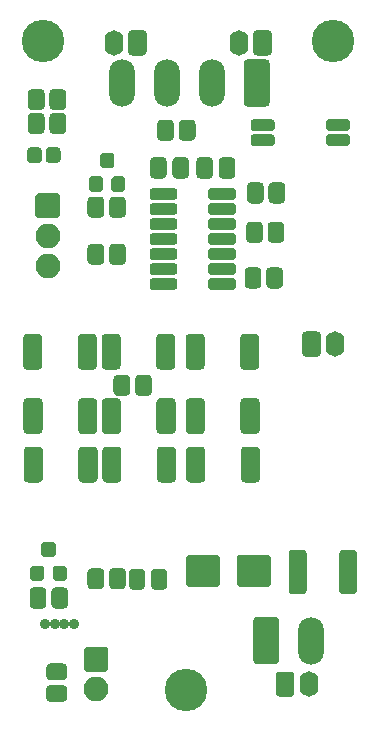
<source format=gts>
G04 #@! TF.GenerationSoftware,KiCad,Pcbnew,5.1.9+dfsg1-1+deb11u1*
G04 #@! TF.CreationDate,2022-12-15T03:13:05+00:00*
G04 #@! TF.ProjectId,ModuleV450,4d6f6475-6c65-4563-9435-302e6b696361,rev?*
G04 #@! TF.SameCoordinates,Original*
G04 #@! TF.FileFunction,Soldermask,Top*
G04 #@! TF.FilePolarity,Negative*
%FSLAX46Y46*%
G04 Gerber Fmt 4.6, Leading zero omitted, Abs format (unit mm)*
G04 Created by KiCad (PCBNEW 5.1.9+dfsg1-1+deb11u1) date 2022-12-15 03:13:05*
%MOMM*%
%LPD*%
G01*
G04 APERTURE LIST*
%ADD10C,0.900000*%
%ADD11O,2.100000X2.100000*%
%ADD12O,2.200000X4.000000*%
%ADD13O,1.600000X2.150000*%
%ADD14C,3.600000*%
G04 APERTURE END LIST*
D10*
X107217600Y-100087600D03*
X106417600Y-100087600D03*
X105617600Y-100087600D03*
X104817600Y-100087600D03*
D11*
X105017600Y-69767600D03*
X105017600Y-67227600D03*
G36*
G01*
X103967600Y-65537600D02*
X103967600Y-63837600D01*
G75*
G02*
X104167600Y-63637600I200000J0D01*
G01*
X105867600Y-63637600D01*
G75*
G02*
X106067600Y-63837600I0J-200000D01*
G01*
X106067600Y-65537600D01*
G75*
G02*
X105867600Y-65737600I-200000J0D01*
G01*
X104167600Y-65737600D01*
G75*
G02*
X103967600Y-65537600I0J200000D01*
G01*
G37*
D12*
X111287600Y-54287600D03*
X115097600Y-54287600D03*
X118907600Y-54287600D03*
G36*
G01*
X123817600Y-52593155D02*
X123817600Y-55982045D01*
G75*
G02*
X123512045Y-56287600I-305555J0D01*
G01*
X121923155Y-56287600D01*
G75*
G02*
X121617600Y-55982045I0J305555D01*
G01*
X121617600Y-52593155D01*
G75*
G02*
X121923155Y-52287600I305555J0D01*
G01*
X123512045Y-52287600D01*
G75*
G02*
X123817600Y-52593155I0J-305555D01*
G01*
G37*
X127327600Y-101487600D03*
G36*
G01*
X122417600Y-103182045D02*
X122417600Y-99793155D01*
G75*
G02*
X122723155Y-99487600I305555J0D01*
G01*
X124312045Y-99487600D01*
G75*
G02*
X124617600Y-99793155I0J-305555D01*
G01*
X124617600Y-103182045D01*
G75*
G02*
X124312045Y-103487600I-305555J0D01*
G01*
X122723155Y-103487600D01*
G75*
G02*
X122417600Y-103182045I0J305555D01*
G01*
G37*
G36*
G01*
X104842600Y-60743850D02*
X104842600Y-60031350D01*
G75*
G02*
X105161350Y-59712600I318750J0D01*
G01*
X105798850Y-59712600D01*
G75*
G02*
X106117600Y-60031350I0J-318750D01*
G01*
X106117600Y-60743850D01*
G75*
G02*
X105798850Y-61062600I-318750J0D01*
G01*
X105161350Y-61062600D01*
G75*
G02*
X104842600Y-60743850I0J318750D01*
G01*
G37*
G36*
G01*
X103267600Y-60743850D02*
X103267600Y-60031350D01*
G75*
G02*
X103586350Y-59712600I318750J0D01*
G01*
X104223850Y-59712600D01*
G75*
G02*
X104542600Y-60031350I0J-318750D01*
G01*
X104542600Y-60743850D01*
G75*
G02*
X104223850Y-61062600I-318750J0D01*
G01*
X103586350Y-61062600D01*
G75*
G02*
X103267600Y-60743850I0J318750D01*
G01*
G37*
D11*
X109117600Y-105627600D03*
G36*
G01*
X108067600Y-103937600D02*
X108067600Y-102237600D01*
G75*
G02*
X108267600Y-102037600I200000J0D01*
G01*
X109967600Y-102037600D01*
G75*
G02*
X110167600Y-102237600I0J-200000D01*
G01*
X110167600Y-103937600D01*
G75*
G02*
X109967600Y-104137600I-200000J0D01*
G01*
X108267600Y-104137600D01*
G75*
G02*
X108067600Y-103937600I0J200000D01*
G01*
G37*
G36*
G01*
X104592600Y-81294232D02*
X104592600Y-83680968D01*
G75*
G02*
X104260968Y-84012600I-331632J0D01*
G01*
X103299232Y-84012600D01*
G75*
G02*
X102967600Y-83680968I0J331632D01*
G01*
X102967600Y-81294232D01*
G75*
G02*
X103299232Y-80962600I331632J0D01*
G01*
X104260968Y-80962600D01*
G75*
G02*
X104592600Y-81294232I0J-331632D01*
G01*
G37*
G36*
G01*
X109217600Y-81294232D02*
X109217600Y-83680968D01*
G75*
G02*
X108885968Y-84012600I-331632J0D01*
G01*
X107924232Y-84012600D01*
G75*
G02*
X107592600Y-83680968I0J331632D01*
G01*
X107592600Y-81294232D01*
G75*
G02*
X107924232Y-80962600I331632J0D01*
G01*
X108885968Y-80962600D01*
G75*
G02*
X109217600Y-81294232I0J-331632D01*
G01*
G37*
G36*
G01*
X104617600Y-85394232D02*
X104617600Y-87780968D01*
G75*
G02*
X104285968Y-88112600I-331632J0D01*
G01*
X103324232Y-88112600D01*
G75*
G02*
X102992600Y-87780968I0J331632D01*
G01*
X102992600Y-85394232D01*
G75*
G02*
X103324232Y-85062600I331632J0D01*
G01*
X104285968Y-85062600D01*
G75*
G02*
X104617600Y-85394232I0J-331632D01*
G01*
G37*
G36*
G01*
X109242600Y-85394232D02*
X109242600Y-87780968D01*
G75*
G02*
X108910968Y-88112600I-331632J0D01*
G01*
X107949232Y-88112600D01*
G75*
G02*
X107617600Y-87780968I0J331632D01*
G01*
X107617600Y-85394232D01*
G75*
G02*
X107949232Y-85062600I331632J0D01*
G01*
X108910968Y-85062600D01*
G75*
G02*
X109242600Y-85394232I0J-331632D01*
G01*
G37*
G36*
G01*
X111234266Y-81294232D02*
X111234266Y-83680968D01*
G75*
G02*
X110902634Y-84012600I-331632J0D01*
G01*
X109940898Y-84012600D01*
G75*
G02*
X109609266Y-83680968I0J331632D01*
G01*
X109609266Y-81294232D01*
G75*
G02*
X109940898Y-80962600I331632J0D01*
G01*
X110902634Y-80962600D01*
G75*
G02*
X111234266Y-81294232I0J-331632D01*
G01*
G37*
G36*
G01*
X115859266Y-81294232D02*
X115859266Y-83680968D01*
G75*
G02*
X115527634Y-84012600I-331632J0D01*
G01*
X114565898Y-84012600D01*
G75*
G02*
X114234266Y-83680968I0J331632D01*
G01*
X114234266Y-81294232D01*
G75*
G02*
X114565898Y-80962600I331632J0D01*
G01*
X115527634Y-80962600D01*
G75*
G02*
X115859266Y-81294232I0J-331632D01*
G01*
G37*
G36*
G01*
X111259266Y-85394232D02*
X111259266Y-87780968D01*
G75*
G02*
X110927634Y-88112600I-331632J0D01*
G01*
X109965898Y-88112600D01*
G75*
G02*
X109634266Y-87780968I0J331632D01*
G01*
X109634266Y-85394232D01*
G75*
G02*
X109965898Y-85062600I331632J0D01*
G01*
X110927634Y-85062600D01*
G75*
G02*
X111259266Y-85394232I0J-331632D01*
G01*
G37*
G36*
G01*
X115884266Y-85394232D02*
X115884266Y-87780968D01*
G75*
G02*
X115552634Y-88112600I-331632J0D01*
G01*
X114590898Y-88112600D01*
G75*
G02*
X114259266Y-87780968I0J331632D01*
G01*
X114259266Y-85394232D01*
G75*
G02*
X114590898Y-85062600I331632J0D01*
G01*
X115552634Y-85062600D01*
G75*
G02*
X115884266Y-85394232I0J-331632D01*
G01*
G37*
G36*
G01*
X118342600Y-81294232D02*
X118342600Y-83680968D01*
G75*
G02*
X118010968Y-84012600I-331632J0D01*
G01*
X117049232Y-84012600D01*
G75*
G02*
X116717600Y-83680968I0J331632D01*
G01*
X116717600Y-81294232D01*
G75*
G02*
X117049232Y-80962600I331632J0D01*
G01*
X118010968Y-80962600D01*
G75*
G02*
X118342600Y-81294232I0J-331632D01*
G01*
G37*
G36*
G01*
X122967600Y-81294232D02*
X122967600Y-83680968D01*
G75*
G02*
X122635968Y-84012600I-331632J0D01*
G01*
X121674232Y-84012600D01*
G75*
G02*
X121342600Y-83680968I0J331632D01*
G01*
X121342600Y-81294232D01*
G75*
G02*
X121674232Y-80962600I331632J0D01*
G01*
X122635968Y-80962600D01*
G75*
G02*
X122967600Y-81294232I0J-331632D01*
G01*
G37*
G36*
G01*
X118367600Y-85394232D02*
X118367600Y-87780968D01*
G75*
G02*
X118035968Y-88112600I-331632J0D01*
G01*
X117074232Y-88112600D01*
G75*
G02*
X116742600Y-87780968I0J331632D01*
G01*
X116742600Y-85394232D01*
G75*
G02*
X117074232Y-85062600I331632J0D01*
G01*
X118035968Y-85062600D01*
G75*
G02*
X118367600Y-85394232I0J-331632D01*
G01*
G37*
G36*
G01*
X122992600Y-85394232D02*
X122992600Y-87780968D01*
G75*
G02*
X122660968Y-88112600I-331632J0D01*
G01*
X121699232Y-88112600D01*
G75*
G02*
X121367600Y-87780968I0J331632D01*
G01*
X121367600Y-85394232D01*
G75*
G02*
X121699232Y-85062600I331632J0D01*
G01*
X122660968Y-85062600D01*
G75*
G02*
X122992600Y-85394232I0J-331632D01*
G01*
G37*
G36*
G01*
X104567600Y-75844232D02*
X104567600Y-78230968D01*
G75*
G02*
X104235968Y-78562600I-331632J0D01*
G01*
X103274232Y-78562600D01*
G75*
G02*
X102942600Y-78230968I0J331632D01*
G01*
X102942600Y-75844232D01*
G75*
G02*
X103274232Y-75512600I331632J0D01*
G01*
X104235968Y-75512600D01*
G75*
G02*
X104567600Y-75844232I0J-331632D01*
G01*
G37*
G36*
G01*
X109192600Y-75844232D02*
X109192600Y-78230968D01*
G75*
G02*
X108860968Y-78562600I-331632J0D01*
G01*
X107899232Y-78562600D01*
G75*
G02*
X107567600Y-78230968I0J331632D01*
G01*
X107567600Y-75844232D01*
G75*
G02*
X107899232Y-75512600I331632J0D01*
G01*
X108860968Y-75512600D01*
G75*
G02*
X109192600Y-75844232I0J-331632D01*
G01*
G37*
G36*
G01*
X111209266Y-75844232D02*
X111209266Y-78230968D01*
G75*
G02*
X110877634Y-78562600I-331632J0D01*
G01*
X109915898Y-78562600D01*
G75*
G02*
X109584266Y-78230968I0J331632D01*
G01*
X109584266Y-75844232D01*
G75*
G02*
X109915898Y-75512600I331632J0D01*
G01*
X110877634Y-75512600D01*
G75*
G02*
X111209266Y-75844232I0J-331632D01*
G01*
G37*
G36*
G01*
X115834266Y-75844232D02*
X115834266Y-78230968D01*
G75*
G02*
X115502634Y-78562600I-331632J0D01*
G01*
X114540898Y-78562600D01*
G75*
G02*
X114209266Y-78230968I0J331632D01*
G01*
X114209266Y-75844232D01*
G75*
G02*
X114540898Y-75512600I331632J0D01*
G01*
X115502634Y-75512600D01*
G75*
G02*
X115834266Y-75844232I0J-331632D01*
G01*
G37*
G36*
G01*
X118317600Y-75844232D02*
X118317600Y-78230968D01*
G75*
G02*
X117985968Y-78562600I-331632J0D01*
G01*
X117024232Y-78562600D01*
G75*
G02*
X116692600Y-78230968I0J331632D01*
G01*
X116692600Y-75844232D01*
G75*
G02*
X117024232Y-75512600I331632J0D01*
G01*
X117985968Y-75512600D01*
G75*
G02*
X118317600Y-75844232I0J-331632D01*
G01*
G37*
G36*
G01*
X122942600Y-75844232D02*
X122942600Y-78230968D01*
G75*
G02*
X122610968Y-78562600I-331632J0D01*
G01*
X121649232Y-78562600D01*
G75*
G02*
X121317600Y-78230968I0J331632D01*
G01*
X121317600Y-75844232D01*
G75*
G02*
X121649232Y-75512600I331632J0D01*
G01*
X122610968Y-75512600D01*
G75*
G02*
X122942600Y-75844232I0J-331632D01*
G01*
G37*
G36*
G01*
X118597600Y-63937600D02*
X118597600Y-63437600D01*
G75*
G02*
X118847600Y-63187600I250000J0D01*
G01*
X120697600Y-63187600D01*
G75*
G02*
X120947600Y-63437600I0J-250000D01*
G01*
X120947600Y-63937600D01*
G75*
G02*
X120697600Y-64187600I-250000J0D01*
G01*
X118847600Y-64187600D01*
G75*
G02*
X118597600Y-63937600I0J250000D01*
G01*
G37*
G36*
G01*
X118597600Y-65207600D02*
X118597600Y-64707600D01*
G75*
G02*
X118847600Y-64457600I250000J0D01*
G01*
X120697600Y-64457600D01*
G75*
G02*
X120947600Y-64707600I0J-250000D01*
G01*
X120947600Y-65207600D01*
G75*
G02*
X120697600Y-65457600I-250000J0D01*
G01*
X118847600Y-65457600D01*
G75*
G02*
X118597600Y-65207600I0J250000D01*
G01*
G37*
G36*
G01*
X118597600Y-66477600D02*
X118597600Y-65977600D01*
G75*
G02*
X118847600Y-65727600I250000J0D01*
G01*
X120697600Y-65727600D01*
G75*
G02*
X120947600Y-65977600I0J-250000D01*
G01*
X120947600Y-66477600D01*
G75*
G02*
X120697600Y-66727600I-250000J0D01*
G01*
X118847600Y-66727600D01*
G75*
G02*
X118597600Y-66477600I0J250000D01*
G01*
G37*
G36*
G01*
X118597600Y-67747600D02*
X118597600Y-67247600D01*
G75*
G02*
X118847600Y-66997600I250000J0D01*
G01*
X120697600Y-66997600D01*
G75*
G02*
X120947600Y-67247600I0J-250000D01*
G01*
X120947600Y-67747600D01*
G75*
G02*
X120697600Y-67997600I-250000J0D01*
G01*
X118847600Y-67997600D01*
G75*
G02*
X118597600Y-67747600I0J250000D01*
G01*
G37*
G36*
G01*
X118597600Y-69017600D02*
X118597600Y-68517600D01*
G75*
G02*
X118847600Y-68267600I250000J0D01*
G01*
X120697600Y-68267600D01*
G75*
G02*
X120947600Y-68517600I0J-250000D01*
G01*
X120947600Y-69017600D01*
G75*
G02*
X120697600Y-69267600I-250000J0D01*
G01*
X118847600Y-69267600D01*
G75*
G02*
X118597600Y-69017600I0J250000D01*
G01*
G37*
G36*
G01*
X118597600Y-70287600D02*
X118597600Y-69787600D01*
G75*
G02*
X118847600Y-69537600I250000J0D01*
G01*
X120697600Y-69537600D01*
G75*
G02*
X120947600Y-69787600I0J-250000D01*
G01*
X120947600Y-70287600D01*
G75*
G02*
X120697600Y-70537600I-250000J0D01*
G01*
X118847600Y-70537600D01*
G75*
G02*
X118597600Y-70287600I0J250000D01*
G01*
G37*
G36*
G01*
X118597600Y-71557600D02*
X118597600Y-71057600D01*
G75*
G02*
X118847600Y-70807600I250000J0D01*
G01*
X120697600Y-70807600D01*
G75*
G02*
X120947600Y-71057600I0J-250000D01*
G01*
X120947600Y-71557600D01*
G75*
G02*
X120697600Y-71807600I-250000J0D01*
G01*
X118847600Y-71807600D01*
G75*
G02*
X118597600Y-71557600I0J250000D01*
G01*
G37*
G36*
G01*
X113647600Y-71557600D02*
X113647600Y-71057600D01*
G75*
G02*
X113897600Y-70807600I250000J0D01*
G01*
X115747600Y-70807600D01*
G75*
G02*
X115997600Y-71057600I0J-250000D01*
G01*
X115997600Y-71557600D01*
G75*
G02*
X115747600Y-71807600I-250000J0D01*
G01*
X113897600Y-71807600D01*
G75*
G02*
X113647600Y-71557600I0J250000D01*
G01*
G37*
G36*
G01*
X113647600Y-70287600D02*
X113647600Y-69787600D01*
G75*
G02*
X113897600Y-69537600I250000J0D01*
G01*
X115747600Y-69537600D01*
G75*
G02*
X115997600Y-69787600I0J-250000D01*
G01*
X115997600Y-70287600D01*
G75*
G02*
X115747600Y-70537600I-250000J0D01*
G01*
X113897600Y-70537600D01*
G75*
G02*
X113647600Y-70287600I0J250000D01*
G01*
G37*
G36*
G01*
X113647600Y-69017600D02*
X113647600Y-68517600D01*
G75*
G02*
X113897600Y-68267600I250000J0D01*
G01*
X115747600Y-68267600D01*
G75*
G02*
X115997600Y-68517600I0J-250000D01*
G01*
X115997600Y-69017600D01*
G75*
G02*
X115747600Y-69267600I-250000J0D01*
G01*
X113897600Y-69267600D01*
G75*
G02*
X113647600Y-69017600I0J250000D01*
G01*
G37*
G36*
G01*
X113647600Y-67747600D02*
X113647600Y-67247600D01*
G75*
G02*
X113897600Y-66997600I250000J0D01*
G01*
X115747600Y-66997600D01*
G75*
G02*
X115997600Y-67247600I0J-250000D01*
G01*
X115997600Y-67747600D01*
G75*
G02*
X115747600Y-67997600I-250000J0D01*
G01*
X113897600Y-67997600D01*
G75*
G02*
X113647600Y-67747600I0J250000D01*
G01*
G37*
G36*
G01*
X113647600Y-66477600D02*
X113647600Y-65977600D01*
G75*
G02*
X113897600Y-65727600I250000J0D01*
G01*
X115747600Y-65727600D01*
G75*
G02*
X115997600Y-65977600I0J-250000D01*
G01*
X115997600Y-66477600D01*
G75*
G02*
X115747600Y-66727600I-250000J0D01*
G01*
X113897600Y-66727600D01*
G75*
G02*
X113647600Y-66477600I0J250000D01*
G01*
G37*
G36*
G01*
X113647600Y-65207600D02*
X113647600Y-64707600D01*
G75*
G02*
X113897600Y-64457600I250000J0D01*
G01*
X115747600Y-64457600D01*
G75*
G02*
X115997600Y-64707600I0J-250000D01*
G01*
X115997600Y-65207600D01*
G75*
G02*
X115747600Y-65457600I-250000J0D01*
G01*
X113897600Y-65457600D01*
G75*
G02*
X113647600Y-65207600I0J250000D01*
G01*
G37*
G36*
G01*
X113647600Y-63937600D02*
X113647600Y-63437600D01*
G75*
G02*
X113897600Y-63187600I250000J0D01*
G01*
X115747600Y-63187600D01*
G75*
G02*
X115997600Y-63437600I0J-250000D01*
G01*
X115997600Y-63937600D01*
G75*
G02*
X115747600Y-64187600I-250000J0D01*
G01*
X113897600Y-64187600D01*
G75*
G02*
X113647600Y-63937600I0J250000D01*
G01*
G37*
G36*
G01*
X128592600Y-58102600D02*
X128592600Y-57602600D01*
G75*
G02*
X128842600Y-57352600I250000J0D01*
G01*
X130367600Y-57352600D01*
G75*
G02*
X130617600Y-57602600I0J-250000D01*
G01*
X130617600Y-58102600D01*
G75*
G02*
X130367600Y-58352600I-250000J0D01*
G01*
X128842600Y-58352600D01*
G75*
G02*
X128592600Y-58102600I0J250000D01*
G01*
G37*
G36*
G01*
X128592600Y-59372600D02*
X128592600Y-58872600D01*
G75*
G02*
X128842600Y-58622600I250000J0D01*
G01*
X130367600Y-58622600D01*
G75*
G02*
X130617600Y-58872600I0J-250000D01*
G01*
X130617600Y-59372600D01*
G75*
G02*
X130367600Y-59622600I-250000J0D01*
G01*
X128842600Y-59622600D01*
G75*
G02*
X128592600Y-59372600I0J250000D01*
G01*
G37*
G36*
G01*
X122217600Y-59372600D02*
X122217600Y-58872600D01*
G75*
G02*
X122467600Y-58622600I250000J0D01*
G01*
X123992600Y-58622600D01*
G75*
G02*
X124242600Y-58872600I0J-250000D01*
G01*
X124242600Y-59372600D01*
G75*
G02*
X123992600Y-59622600I-250000J0D01*
G01*
X122467600Y-59622600D01*
G75*
G02*
X122217600Y-59372600I0J250000D01*
G01*
G37*
G36*
G01*
X122217600Y-58102600D02*
X122217600Y-57602600D01*
G75*
G02*
X122467600Y-57352600I250000J0D01*
G01*
X123992600Y-57352600D01*
G75*
G02*
X124242600Y-57602600I0J-250000D01*
G01*
X124242600Y-58102600D01*
G75*
G02*
X123992600Y-58352600I-250000J0D01*
G01*
X122467600Y-58352600D01*
G75*
G02*
X122217600Y-58102600I0J250000D01*
G01*
G37*
D13*
X121217600Y-50887600D03*
G36*
G01*
X124017600Y-50145932D02*
X124017600Y-51629268D01*
G75*
G02*
X123684268Y-51962600I-333332J0D01*
G01*
X122750932Y-51962600D01*
G75*
G02*
X122417600Y-51629268I0J333332D01*
G01*
X122417600Y-50145932D01*
G75*
G02*
X122750932Y-49812600I333332J0D01*
G01*
X123684268Y-49812600D01*
G75*
G02*
X124017600Y-50145932I0J-333332D01*
G01*
G37*
X110617600Y-50887600D03*
G36*
G01*
X113417600Y-50145932D02*
X113417600Y-51629268D01*
G75*
G02*
X113084268Y-51962600I-333332J0D01*
G01*
X112150932Y-51962600D01*
G75*
G02*
X111817600Y-51629268I0J333332D01*
G01*
X111817600Y-50145932D01*
G75*
G02*
X112150932Y-49812600I333332J0D01*
G01*
X113084268Y-49812600D01*
G75*
G02*
X113417600Y-50145932I0J-333332D01*
G01*
G37*
G36*
G01*
X123637600Y-67480041D02*
X123637600Y-66375159D01*
G75*
G02*
X123985159Y-66027600I347559J0D01*
G01*
X124715041Y-66027600D01*
G75*
G02*
X125062600Y-66375159I0J-347559D01*
G01*
X125062600Y-67480041D01*
G75*
G02*
X124715041Y-67827600I-347559J0D01*
G01*
X123985159Y-67827600D01*
G75*
G02*
X123637600Y-67480041I0J347559D01*
G01*
G37*
G36*
G01*
X121812600Y-67480041D02*
X121812600Y-66375159D01*
G75*
G02*
X122160159Y-66027600I347559J0D01*
G01*
X122890041Y-66027600D01*
G75*
G02*
X123237600Y-66375159I0J-347559D01*
G01*
X123237600Y-67480041D01*
G75*
G02*
X122890041Y-67827600I-347559J0D01*
G01*
X122160159Y-67827600D01*
G75*
G02*
X121812600Y-67480041I0J347559D01*
G01*
G37*
G36*
G01*
X119617600Y-94437600D02*
X119617600Y-96737600D01*
G75*
G02*
X119417600Y-96937600I-200000J0D01*
G01*
X116917600Y-96937600D01*
G75*
G02*
X116717600Y-96737600I0J200000D01*
G01*
X116717600Y-94437600D01*
G75*
G02*
X116917600Y-94237600I200000J0D01*
G01*
X119417600Y-94237600D01*
G75*
G02*
X119617600Y-94437600I0J-200000D01*
G01*
G37*
G36*
G01*
X123917600Y-94437600D02*
X123917600Y-96737600D01*
G75*
G02*
X123717600Y-96937600I-200000J0D01*
G01*
X121217600Y-96937600D01*
G75*
G02*
X121017600Y-96737600I0J200000D01*
G01*
X121017600Y-94437600D01*
G75*
G02*
X121217600Y-94237600I200000J0D01*
G01*
X123717600Y-94237600D01*
G75*
G02*
X123917600Y-94437600I0J-200000D01*
G01*
G37*
G36*
G01*
X106340041Y-104857600D02*
X105235159Y-104857600D01*
G75*
G02*
X104887600Y-104510041I0J347559D01*
G01*
X104887600Y-103780159D01*
G75*
G02*
X105235159Y-103432600I347559J0D01*
G01*
X106340041Y-103432600D01*
G75*
G02*
X106687600Y-103780159I0J-347559D01*
G01*
X106687600Y-104510041D01*
G75*
G02*
X106340041Y-104857600I-347559J0D01*
G01*
G37*
G36*
G01*
X106340041Y-106682600D02*
X105235159Y-106682600D01*
G75*
G02*
X104887600Y-106335041I0J347559D01*
G01*
X104887600Y-105605159D01*
G75*
G02*
X105235159Y-105257600I347559J0D01*
G01*
X106340041Y-105257600D01*
G75*
G02*
X106687600Y-105605159I0J-347559D01*
G01*
X106687600Y-106335041D01*
G75*
G02*
X106340041Y-106682600I-347559J0D01*
G01*
G37*
G36*
G01*
X123717600Y-64140041D02*
X123717600Y-63035159D01*
G75*
G02*
X124065159Y-62687600I347559J0D01*
G01*
X124795041Y-62687600D01*
G75*
G02*
X125142600Y-63035159I0J-347559D01*
G01*
X125142600Y-64140041D01*
G75*
G02*
X124795041Y-64487600I-347559J0D01*
G01*
X124065159Y-64487600D01*
G75*
G02*
X123717600Y-64140041I0J347559D01*
G01*
G37*
G36*
G01*
X121892600Y-64140041D02*
X121892600Y-63035159D01*
G75*
G02*
X122240159Y-62687600I347559J0D01*
G01*
X122970041Y-62687600D01*
G75*
G02*
X123317600Y-63035159I0J-347559D01*
G01*
X123317600Y-64140041D01*
G75*
G02*
X122970041Y-64487600I-347559J0D01*
G01*
X122240159Y-64487600D01*
G75*
G02*
X121892600Y-64140041I0J347559D01*
G01*
G37*
G36*
G01*
X109817600Y-68235159D02*
X109817600Y-69340041D01*
G75*
G02*
X109470041Y-69687600I-347559J0D01*
G01*
X108740159Y-69687600D01*
G75*
G02*
X108392600Y-69340041I0J347559D01*
G01*
X108392600Y-68235159D01*
G75*
G02*
X108740159Y-67887600I347559J0D01*
G01*
X109470041Y-67887600D01*
G75*
G02*
X109817600Y-68235159I0J-347559D01*
G01*
G37*
G36*
G01*
X111642600Y-68235159D02*
X111642600Y-69340041D01*
G75*
G02*
X111295041Y-69687600I-347559J0D01*
G01*
X110565159Y-69687600D01*
G75*
G02*
X110217600Y-69340041I0J347559D01*
G01*
X110217600Y-68235159D01*
G75*
G02*
X110565159Y-67887600I347559J0D01*
G01*
X111295041Y-67887600D01*
G75*
G02*
X111642600Y-68235159I0J-347559D01*
G01*
G37*
G36*
G01*
X112417600Y-80440041D02*
X112417600Y-79335159D01*
G75*
G02*
X112765159Y-78987600I347559J0D01*
G01*
X113495041Y-78987600D01*
G75*
G02*
X113842600Y-79335159I0J-347559D01*
G01*
X113842600Y-80440041D01*
G75*
G02*
X113495041Y-80787600I-347559J0D01*
G01*
X112765159Y-80787600D01*
G75*
G02*
X112417600Y-80440041I0J347559D01*
G01*
G37*
G36*
G01*
X110592600Y-80440041D02*
X110592600Y-79335159D01*
G75*
G02*
X110940159Y-78987600I347559J0D01*
G01*
X111670041Y-78987600D01*
G75*
G02*
X112017600Y-79335159I0J-347559D01*
G01*
X112017600Y-80440041D01*
G75*
G02*
X111670041Y-80787600I-347559J0D01*
G01*
X110940159Y-80787600D01*
G75*
G02*
X110592600Y-80440041I0J347559D01*
G01*
G37*
G36*
G01*
X105167600Y-58265041D02*
X105167600Y-57160159D01*
G75*
G02*
X105515159Y-56812600I347559J0D01*
G01*
X106245041Y-56812600D01*
G75*
G02*
X106592600Y-57160159I0J-347559D01*
G01*
X106592600Y-58265041D01*
G75*
G02*
X106245041Y-58612600I-347559J0D01*
G01*
X105515159Y-58612600D01*
G75*
G02*
X105167600Y-58265041I0J347559D01*
G01*
G37*
G36*
G01*
X103342600Y-58265041D02*
X103342600Y-57160159D01*
G75*
G02*
X103690159Y-56812600I347559J0D01*
G01*
X104420041Y-56812600D01*
G75*
G02*
X104767600Y-57160159I0J-347559D01*
G01*
X104767600Y-58265041D01*
G75*
G02*
X104420041Y-58612600I-347559J0D01*
G01*
X103690159Y-58612600D01*
G75*
G02*
X103342600Y-58265041I0J347559D01*
G01*
G37*
G36*
G01*
X110217600Y-96810041D02*
X110217600Y-95705159D01*
G75*
G02*
X110565159Y-95357600I347559J0D01*
G01*
X111295041Y-95357600D01*
G75*
G02*
X111642600Y-95705159I0J-347559D01*
G01*
X111642600Y-96810041D01*
G75*
G02*
X111295041Y-97157600I-347559J0D01*
G01*
X110565159Y-97157600D01*
G75*
G02*
X110217600Y-96810041I0J347559D01*
G01*
G37*
G36*
G01*
X108392600Y-96810041D02*
X108392600Y-95705159D01*
G75*
G02*
X108740159Y-95357600I347559J0D01*
G01*
X109470041Y-95357600D01*
G75*
G02*
X109817600Y-95705159I0J-347559D01*
G01*
X109817600Y-96810041D01*
G75*
G02*
X109470041Y-97157600I-347559J0D01*
G01*
X108740159Y-97157600D01*
G75*
G02*
X108392600Y-96810041I0J347559D01*
G01*
G37*
G36*
G01*
X105167600Y-56240041D02*
X105167600Y-55135159D01*
G75*
G02*
X105515159Y-54787600I347559J0D01*
G01*
X106245041Y-54787600D01*
G75*
G02*
X106592600Y-55135159I0J-347559D01*
G01*
X106592600Y-56240041D01*
G75*
G02*
X106245041Y-56587600I-347559J0D01*
G01*
X105515159Y-56587600D01*
G75*
G02*
X105167600Y-56240041I0J347559D01*
G01*
G37*
G36*
G01*
X103342600Y-56240041D02*
X103342600Y-55135159D01*
G75*
G02*
X103690159Y-54787600I347559J0D01*
G01*
X104420041Y-54787600D01*
G75*
G02*
X104767600Y-55135159I0J-347559D01*
G01*
X104767600Y-56240041D01*
G75*
G02*
X104420041Y-56587600I-347559J0D01*
G01*
X103690159Y-56587600D01*
G75*
G02*
X103342600Y-56240041I0J347559D01*
G01*
G37*
G36*
G01*
X105317600Y-98440041D02*
X105317600Y-97335159D01*
G75*
G02*
X105665159Y-96987600I347559J0D01*
G01*
X106395041Y-96987600D01*
G75*
G02*
X106742600Y-97335159I0J-347559D01*
G01*
X106742600Y-98440041D01*
G75*
G02*
X106395041Y-98787600I-347559J0D01*
G01*
X105665159Y-98787600D01*
G75*
G02*
X105317600Y-98440041I0J347559D01*
G01*
G37*
G36*
G01*
X103492600Y-98440041D02*
X103492600Y-97335159D01*
G75*
G02*
X103840159Y-96987600I347559J0D01*
G01*
X104570041Y-96987600D01*
G75*
G02*
X104917600Y-97335159I0J-347559D01*
G01*
X104917600Y-98440041D01*
G75*
G02*
X104570041Y-98787600I-347559J0D01*
G01*
X103840159Y-98787600D01*
G75*
G02*
X103492600Y-98440041I0J347559D01*
G01*
G37*
G36*
G01*
X123117600Y-70235159D02*
X123117600Y-71340041D01*
G75*
G02*
X122770041Y-71687600I-347559J0D01*
G01*
X122040159Y-71687600D01*
G75*
G02*
X121692600Y-71340041I0J347559D01*
G01*
X121692600Y-70235159D01*
G75*
G02*
X122040159Y-69887600I347559J0D01*
G01*
X122770041Y-69887600D01*
G75*
G02*
X123117600Y-70235159I0J-347559D01*
G01*
G37*
G36*
G01*
X124942600Y-70235159D02*
X124942600Y-71340041D01*
G75*
G02*
X124595041Y-71687600I-347559J0D01*
G01*
X123865159Y-71687600D01*
G75*
G02*
X123517600Y-71340041I0J347559D01*
G01*
X123517600Y-70235159D01*
G75*
G02*
X123865159Y-69887600I347559J0D01*
G01*
X124595041Y-69887600D01*
G75*
G02*
X124942600Y-70235159I0J-347559D01*
G01*
G37*
G36*
G01*
X115717600Y-57735159D02*
X115717600Y-58840041D01*
G75*
G02*
X115370041Y-59187600I-347559J0D01*
G01*
X114640159Y-59187600D01*
G75*
G02*
X114292600Y-58840041I0J347559D01*
G01*
X114292600Y-57735159D01*
G75*
G02*
X114640159Y-57387600I347559J0D01*
G01*
X115370041Y-57387600D01*
G75*
G02*
X115717600Y-57735159I0J-347559D01*
G01*
G37*
G36*
G01*
X117542600Y-57735159D02*
X117542600Y-58840041D01*
G75*
G02*
X117195041Y-59187600I-347559J0D01*
G01*
X116465159Y-59187600D01*
G75*
G02*
X116117600Y-58840041I0J347559D01*
G01*
X116117600Y-57735159D01*
G75*
G02*
X116465159Y-57387600I347559J0D01*
G01*
X117195041Y-57387600D01*
G75*
G02*
X117542600Y-57735159I0J-347559D01*
G01*
G37*
G36*
G01*
X110217600Y-65350041D02*
X110217600Y-64245159D01*
G75*
G02*
X110565159Y-63897600I347559J0D01*
G01*
X111295041Y-63897600D01*
G75*
G02*
X111642600Y-64245159I0J-347559D01*
G01*
X111642600Y-65350041D01*
G75*
G02*
X111295041Y-65697600I-347559J0D01*
G01*
X110565159Y-65697600D01*
G75*
G02*
X110217600Y-65350041I0J347559D01*
G01*
G37*
G36*
G01*
X108392600Y-65350041D02*
X108392600Y-64245159D01*
G75*
G02*
X108740159Y-63897600I347559J0D01*
G01*
X109470041Y-63897600D01*
G75*
G02*
X109817600Y-64245159I0J-347559D01*
G01*
X109817600Y-65350041D01*
G75*
G02*
X109470041Y-65697600I-347559J0D01*
G01*
X108740159Y-65697600D01*
G75*
G02*
X108392600Y-65350041I0J347559D01*
G01*
G37*
X127117600Y-105187600D03*
G36*
G01*
X124317600Y-105929268D02*
X124317600Y-104445932D01*
G75*
G02*
X124650932Y-104112600I333332J0D01*
G01*
X125584268Y-104112600D01*
G75*
G02*
X125917600Y-104445932I0J-333332D01*
G01*
X125917600Y-105929268D01*
G75*
G02*
X125584268Y-106262600I-333332J0D01*
G01*
X124650932Y-106262600D01*
G75*
G02*
X124317600Y-105929268I0J333332D01*
G01*
G37*
G36*
G01*
X129692600Y-97248713D02*
X129692600Y-94126487D01*
G75*
G02*
X130031487Y-93787600I338887J0D01*
G01*
X130878713Y-93787600D01*
G75*
G02*
X131217600Y-94126487I0J-338887D01*
G01*
X131217600Y-97248713D01*
G75*
G02*
X130878713Y-97587600I-338887J0D01*
G01*
X130031487Y-97587600D01*
G75*
G02*
X129692600Y-97248713I0J338887D01*
G01*
G37*
G36*
G01*
X125417600Y-97248713D02*
X125417600Y-94126487D01*
G75*
G02*
X125756487Y-93787600I338887J0D01*
G01*
X126603713Y-93787600D01*
G75*
G02*
X126942600Y-94126487I0J-338887D01*
G01*
X126942600Y-97248713D01*
G75*
G02*
X126603713Y-97587600I-338887J0D01*
G01*
X125756487Y-97587600D01*
G75*
G02*
X125417600Y-97248713I0J338887D01*
G01*
G37*
X129367600Y-76387600D03*
G36*
G01*
X126567600Y-77129268D02*
X126567600Y-75645932D01*
G75*
G02*
X126900932Y-75312600I333332J0D01*
G01*
X127834268Y-75312600D01*
G75*
G02*
X128167600Y-75645932I0J-333332D01*
G01*
X128167600Y-77129268D01*
G75*
G02*
X127834268Y-77462600I-333332J0D01*
G01*
X126900932Y-77462600D01*
G75*
G02*
X126567600Y-77129268I0J333332D01*
G01*
G37*
G36*
G01*
X113767600Y-96858850D02*
X113767600Y-95746350D01*
G75*
G02*
X114111350Y-95402600I343750J0D01*
G01*
X114798850Y-95402600D01*
G75*
G02*
X115142600Y-95746350I0J-343750D01*
G01*
X115142600Y-96858850D01*
G75*
G02*
X114798850Y-97202600I-343750J0D01*
G01*
X114111350Y-97202600D01*
G75*
G02*
X113767600Y-96858850I0J343750D01*
G01*
G37*
G36*
G01*
X111892600Y-96858850D02*
X111892600Y-95746350D01*
G75*
G02*
X112236350Y-95402600I343750J0D01*
G01*
X112923850Y-95402600D01*
G75*
G02*
X113267600Y-95746350I0J-343750D01*
G01*
X113267600Y-96858850D01*
G75*
G02*
X112923850Y-97202600I-343750J0D01*
G01*
X112236350Y-97202600D01*
G75*
G02*
X111892600Y-96858850I0J343750D01*
G01*
G37*
G36*
G01*
X110457600Y-61497600D02*
X109657600Y-61497600D01*
G75*
G02*
X109457600Y-61297600I0J200000D01*
G01*
X109457600Y-60397600D01*
G75*
G02*
X109657600Y-60197600I200000J0D01*
G01*
X110457600Y-60197600D01*
G75*
G02*
X110657600Y-60397600I0J-200000D01*
G01*
X110657600Y-61297600D01*
G75*
G02*
X110457600Y-61497600I-200000J0D01*
G01*
G37*
G36*
G01*
X111407600Y-63497600D02*
X110607600Y-63497600D01*
G75*
G02*
X110407600Y-63297600I0J200000D01*
G01*
X110407600Y-62397600D01*
G75*
G02*
X110607600Y-62197600I200000J0D01*
G01*
X111407600Y-62197600D01*
G75*
G02*
X111607600Y-62397600I0J-200000D01*
G01*
X111607600Y-63297600D01*
G75*
G02*
X111407600Y-63497600I-200000J0D01*
G01*
G37*
G36*
G01*
X109507600Y-63497600D02*
X108707600Y-63497600D01*
G75*
G02*
X108507600Y-63297600I0J200000D01*
G01*
X108507600Y-62397600D01*
G75*
G02*
X108707600Y-62197600I200000J0D01*
G01*
X109507600Y-62197600D01*
G75*
G02*
X109707600Y-62397600I0J-200000D01*
G01*
X109707600Y-63297600D01*
G75*
G02*
X109507600Y-63497600I-200000J0D01*
G01*
G37*
G36*
G01*
X115587600Y-62042600D02*
X115587600Y-60892600D01*
G75*
G02*
X115937600Y-60542600I350000J0D01*
G01*
X116637600Y-60542600D01*
G75*
G02*
X116987600Y-60892600I0J-350000D01*
G01*
X116987600Y-62042600D01*
G75*
G02*
X116637600Y-62392600I-350000J0D01*
G01*
X115937600Y-62392600D01*
G75*
G02*
X115587600Y-62042600I0J350000D01*
G01*
G37*
G36*
G01*
X113687600Y-62042600D02*
X113687600Y-60892600D01*
G75*
G02*
X114037600Y-60542600I350000J0D01*
G01*
X114737600Y-60542600D01*
G75*
G02*
X115087600Y-60892600I0J-350000D01*
G01*
X115087600Y-62042600D01*
G75*
G02*
X114737600Y-62392600I-350000J0D01*
G01*
X114037600Y-62392600D01*
G75*
G02*
X113687600Y-62042600I0J350000D01*
G01*
G37*
G36*
G01*
X119507600Y-62052600D02*
X119507600Y-60902600D01*
G75*
G02*
X119857600Y-60552600I350000J0D01*
G01*
X120557600Y-60552600D01*
G75*
G02*
X120907600Y-60902600I0J-350000D01*
G01*
X120907600Y-62052600D01*
G75*
G02*
X120557600Y-62402600I-350000J0D01*
G01*
X119857600Y-62402600D01*
G75*
G02*
X119507600Y-62052600I0J350000D01*
G01*
G37*
G36*
G01*
X117607600Y-62052600D02*
X117607600Y-60902600D01*
G75*
G02*
X117957600Y-60552600I350000J0D01*
G01*
X118657600Y-60552600D01*
G75*
G02*
X119007600Y-60902600I0J-350000D01*
G01*
X119007600Y-62052600D01*
G75*
G02*
X118657600Y-62402600I-350000J0D01*
G01*
X117957600Y-62402600D01*
G75*
G02*
X117607600Y-62052600I0J350000D01*
G01*
G37*
D14*
X116757600Y-105637600D03*
X129167600Y-50737600D03*
X104667600Y-50737600D03*
G36*
G01*
X104542600Y-96437600D02*
X103742600Y-96437600D01*
G75*
G02*
X103542600Y-96237600I0J200000D01*
G01*
X103542600Y-95337600D01*
G75*
G02*
X103742600Y-95137600I200000J0D01*
G01*
X104542600Y-95137600D01*
G75*
G02*
X104742600Y-95337600I0J-200000D01*
G01*
X104742600Y-96237600D01*
G75*
G02*
X104542600Y-96437600I-200000J0D01*
G01*
G37*
G36*
G01*
X106442600Y-96437600D02*
X105642600Y-96437600D01*
G75*
G02*
X105442600Y-96237600I0J200000D01*
G01*
X105442600Y-95337600D01*
G75*
G02*
X105642600Y-95137600I200000J0D01*
G01*
X106442600Y-95137600D01*
G75*
G02*
X106642600Y-95337600I0J-200000D01*
G01*
X106642600Y-96237600D01*
G75*
G02*
X106442600Y-96437600I-200000J0D01*
G01*
G37*
G36*
G01*
X105492600Y-94437600D02*
X104692600Y-94437600D01*
G75*
G02*
X104492600Y-94237600I0J200000D01*
G01*
X104492600Y-93337600D01*
G75*
G02*
X104692600Y-93137600I200000J0D01*
G01*
X105492600Y-93137600D01*
G75*
G02*
X105692600Y-93337600I0J-200000D01*
G01*
X105692600Y-94237600D01*
G75*
G02*
X105492600Y-94437600I-200000J0D01*
G01*
G37*
M02*

</source>
